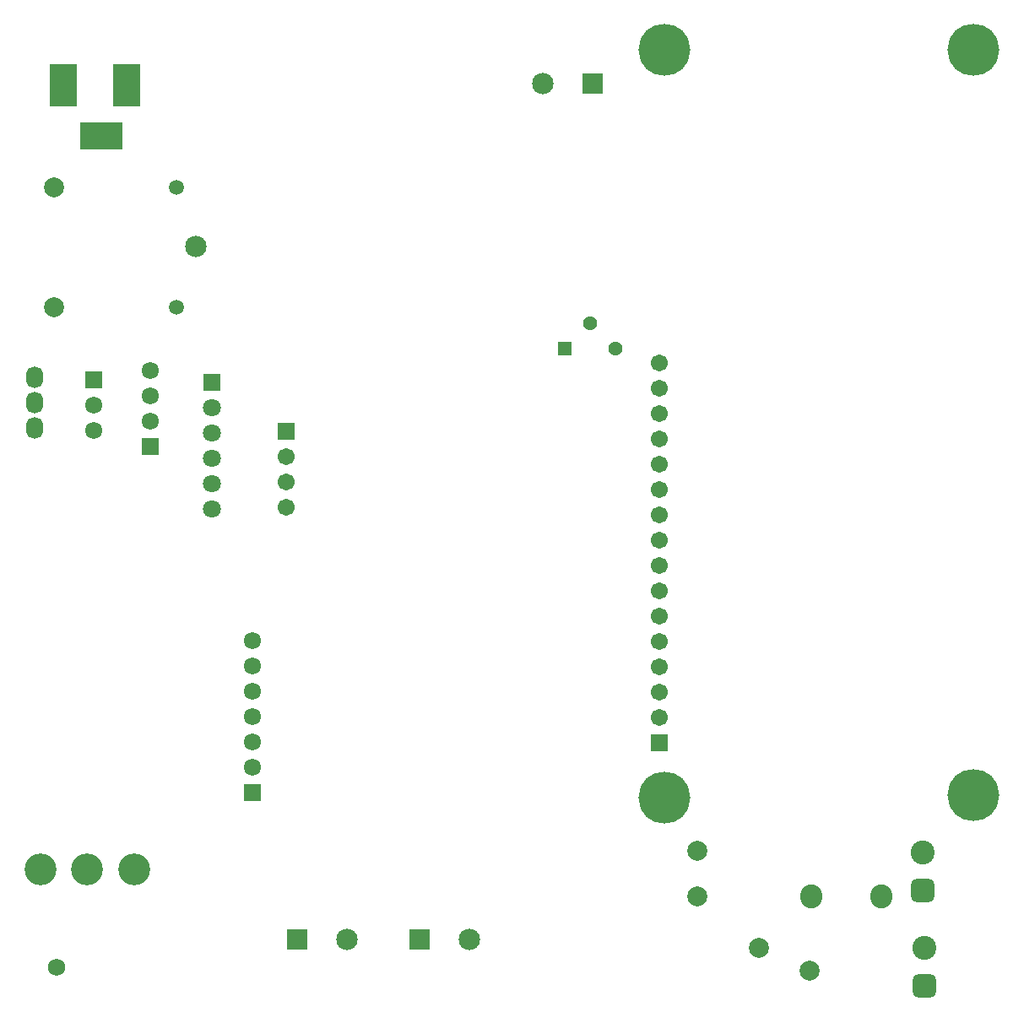
<source format=gbr>
%TF.GenerationSoftware,Altium Limited,Altium Designer,24.9.1 (31)*%
G04 Layer_Color=16711935*
%FSLAX45Y45*%
%MOMM*%
%TF.SameCoordinates,7A748296-1A33-4DDC-9E1E-CBF8E45EE968*%
%TF.FilePolarity,Negative*%
%TF.FileFunction,Soldermask,Bot*%
%TF.Part,Single*%
G01*
G75*
%TA.AperFunction,ComponentPad*%
%ADD96C,2.40320*%
G04:AMPARAMS|DCode=97|XSize=2.4032mm|YSize=2.4032mm|CornerRadius=0.6516mm|HoleSize=0mm|Usage=FLASHONLY|Rotation=90.000|XOffset=0mm|YOffset=0mm|HoleType=Round|Shape=RoundedRectangle|*
%AMROUNDEDRECTD97*
21,1,2.40320,1.10000,0,0,90.0*
21,1,1.10000,2.40320,0,0,90.0*
1,1,1.30320,0.55000,0.55000*
1,1,1.30320,0.55000,-0.55000*
1,1,1.30320,-0.55000,-0.55000*
1,1,1.30320,-0.55000,0.55000*
%
%ADD97ROUNDEDRECTD97*%
%ADD98C,1.70320*%
%ADD99R,2.74320X4.26720*%
%ADD100R,4.26720X2.74320*%
%ADD101C,1.51120*%
%ADD102C,1.42520*%
%ADD103C,1.80320*%
%ADD104O,1.70320X2.20320*%
%ADD105C,1.72320*%
%ADD106C,2.15320*%
%ADD107R,1.71120X1.71120*%
%ADD108C,1.71120*%
%ADD109R,1.72320X1.72320*%
%TA.AperFunction,ViaPad*%
%ADD110C,1.72720*%
%TA.AperFunction,ComponentPad*%
%ADD111C,3.20000*%
%ADD112C,2.00320*%
%ADD113R,2.15320X2.15320*%
%ADD114O,2.20320X2.40320*%
%ADD115C,5.20320*%
%ADD116R,1.80320X1.80320*%
%ADD117R,1.42520X1.42520*%
%ADD118R,1.70320X1.70320*%
D96*
X9157062Y647706D02*
D03*
X9141822Y1597666D02*
D03*
D97*
X9157062Y266706D02*
D03*
X9141822Y1216666D02*
D03*
D98*
X2753360Y5321300D02*
D03*
Y5067300D02*
D03*
Y5575300D02*
D03*
D99*
X518160Y9296400D02*
D03*
X1153160D02*
D03*
D100*
X899160Y8788400D02*
D03*
D101*
X1651400Y8270800D02*
D03*
Y7070800D02*
D03*
D102*
X6054000Y6657340D02*
D03*
X5800000Y6911340D02*
D03*
D103*
X2012640Y6061519D02*
D03*
Y5045519D02*
D03*
Y5299519D02*
D03*
Y5553519D02*
D03*
Y5807519D02*
D03*
D104*
X236220Y5859780D02*
D03*
Y6113780D02*
D03*
Y6367780D02*
D03*
D105*
X1391920Y6438900D02*
D03*
X828040Y5831840D02*
D03*
X2413000Y2458720D02*
D03*
Y2966720D02*
D03*
Y3728720D02*
D03*
Y3474720D02*
D03*
Y3220720D02*
D03*
Y2712720D02*
D03*
X828040Y6085840D02*
D03*
X1391920Y6184900D02*
D03*
Y5930900D02*
D03*
D106*
X5326380Y9311640D02*
D03*
X3362960Y730080D02*
D03*
X4589400D02*
D03*
X1851400Y7682800D02*
D03*
D107*
X6500660Y2699460D02*
D03*
D108*
Y3715460D02*
D03*
Y6509460D02*
D03*
Y6255460D02*
D03*
Y6001460D02*
D03*
Y5747460D02*
D03*
Y5493460D02*
D03*
Y5239460D02*
D03*
Y4985460D02*
D03*
Y4731460D02*
D03*
Y4477460D02*
D03*
Y4223460D02*
D03*
Y3461460D02*
D03*
Y3207460D02*
D03*
Y2953460D02*
D03*
Y3969460D02*
D03*
D109*
X2413000Y2204720D02*
D03*
X828040Y6339840D02*
D03*
X1391920Y5676900D02*
D03*
D110*
X450000Y450000D02*
D03*
D111*
X760161Y1428000D02*
D03*
X290161D02*
D03*
X1230161D02*
D03*
D112*
X7500620Y640080D02*
D03*
X8008620Y411480D02*
D03*
X6875340Y1619780D02*
D03*
Y1159780D02*
D03*
X431400Y7070800D02*
D03*
Y8270800D02*
D03*
D113*
X2862960Y730080D02*
D03*
X5826380Y9311640D02*
D03*
X4089400Y730080D02*
D03*
D114*
X8725340Y1159780D02*
D03*
X8025340D02*
D03*
D115*
X6550660Y9649460D02*
D03*
X9650660D02*
D03*
X9650060Y2178360D02*
D03*
X6550660Y2149460D02*
D03*
D116*
X2012640Y6315519D02*
D03*
D117*
X5546000Y6657340D02*
D03*
D118*
X2753360Y5829300D02*
D03*
%TF.MD5,917d101148e80d69db4dadf01d98cf2f*%
M02*

</source>
